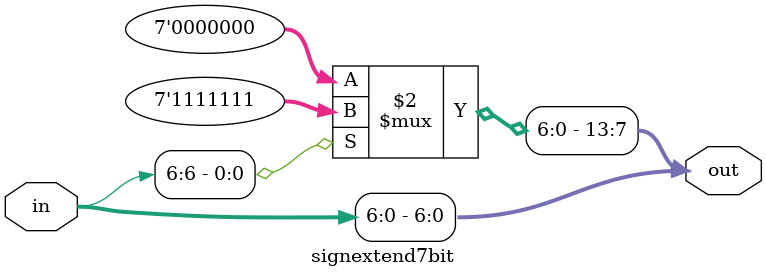
<source format=v>
module signextend7bit(input [6:0] in, output [13:0] out);
assign out = {(in[6]==0)?7'b0000000:7'b1111111 ,in};
endmodule 

</source>
